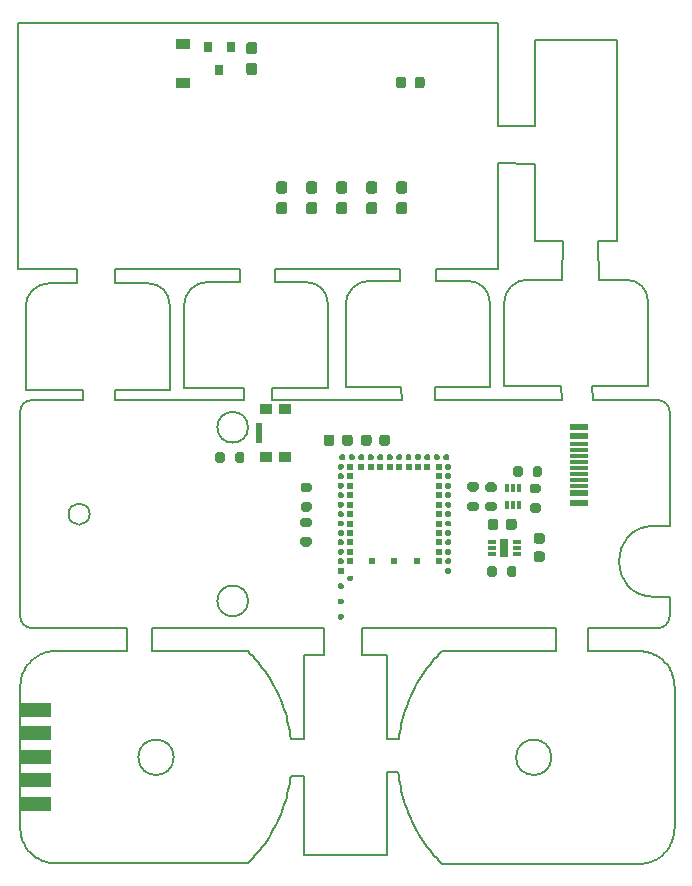
<source format=gbr>
%TF.GenerationSoftware,KiCad,Pcbnew,(5.1.10)-1*%
%TF.CreationDate,2021-10-06T18:17:39-05:00*%
%TF.ProjectId,BYTE_PANELkicad_pcb,42595445-5f50-4414-9e45-4c6b69636164,v2.2*%
%TF.SameCoordinates,Original*%
%TF.FileFunction,Paste,Top*%
%TF.FilePolarity,Positive*%
%FSLAX46Y46*%
G04 Gerber Fmt 4.6, Leading zero omitted, Abs format (unit mm)*
G04 Created by KiCad (PCBNEW (5.1.10)-1) date 2021-10-06 18:17:39*
%MOMM*%
%LPD*%
G01*
G04 APERTURE LIST*
%TA.AperFunction,Profile*%
%ADD10C,0.200000*%
%TD*%
%ADD11R,0.550000X1.700000*%
%ADD12R,1.000000X0.900000*%
%ADD13R,0.400000X0.700000*%
%ADD14R,1.650000X0.300000*%
%ADD15R,1.650000X0.600000*%
%ADD16R,0.500000X0.500000*%
%ADD17R,0.650000X1.650000*%
%ADD18R,0.700000X0.300000*%
%ADD19R,2.700000X1.200000*%
%ADD20R,0.800000X0.900000*%
%ADD21R,1.200000X0.900000*%
G04 APERTURE END LIST*
D10*
X168690379Y-96462228D02*
X169130379Y-96462228D01*
X148898100Y-64072180D02*
X148888100Y-65112180D01*
X151918100Y-64072180D02*
X151938100Y-65112180D01*
X145638100Y-94510004D02*
X145638100Y-96762180D01*
X142458100Y-96762180D02*
X142458100Y-94510004D01*
X145638100Y-96762180D02*
X147788100Y-96762180D01*
X162068100Y-94510004D02*
X145638100Y-94510004D01*
X147788100Y-96762180D02*
X147788100Y-103892180D01*
X140778100Y-103872180D02*
X140798100Y-96762180D01*
X157156100Y-55162180D02*
X160298100Y-55182180D01*
X160298100Y-51992180D02*
X157158100Y-51992180D01*
X160298100Y-61762180D02*
X160298100Y-55182180D01*
X157156100Y-43242180D02*
X157158100Y-51992180D01*
X162658100Y-61762180D02*
X162578100Y-65012180D01*
X165708100Y-65012180D02*
X165648100Y-61762180D01*
X167298100Y-61762180D02*
X165648100Y-61762180D01*
X168087294Y-65021970D02*
X165708100Y-65012180D01*
X154687294Y-65121970D02*
X151938100Y-65112180D01*
X157156100Y-64070180D02*
X151918100Y-64072180D01*
X162658100Y-61762180D02*
X160298100Y-61762180D01*
X160298100Y-51992180D02*
X160298100Y-44762180D01*
X160298100Y-44762180D02*
X167298100Y-44762180D01*
X167298100Y-44762180D02*
X167298100Y-61762180D01*
X147798100Y-106722180D02*
X147798100Y-113762180D01*
X140798100Y-96762180D02*
X142458100Y-96762180D01*
X140798100Y-113762180D02*
X140798100Y-107012180D01*
X147798100Y-113762180D02*
X140798100Y-113762180D01*
X138338100Y-65222180D02*
X138338100Y-64072180D01*
X135318100Y-64070180D02*
X135318100Y-65212180D01*
X135318100Y-65212180D02*
X132588100Y-65212180D01*
X148898100Y-64072180D02*
X138338100Y-64072180D01*
X124748100Y-64070180D02*
X124738100Y-65322180D01*
X121508100Y-65312180D02*
X121528100Y-64070180D01*
X135318100Y-64070180D02*
X124748100Y-64070180D01*
X127587294Y-65321970D02*
X124738100Y-65322180D01*
X162558100Y-74012180D02*
X162588100Y-75210004D01*
X165188100Y-75202180D02*
X165178100Y-74002180D01*
X165178100Y-74002180D02*
X169888100Y-74012180D01*
X165190000Y-75200004D02*
X170720000Y-75210004D01*
X151848100Y-74112180D02*
X151828100Y-75210004D01*
X149018100Y-75210004D02*
X149008100Y-74112180D01*
X151828100Y-75210004D02*
X162588100Y-75210004D01*
X151848100Y-74112180D02*
X156488100Y-74112180D01*
X138088100Y-74212180D02*
X138078100Y-75210004D01*
X135658100Y-74212180D02*
X135678100Y-75210004D01*
X138078100Y-75210004D02*
X149018100Y-75210004D01*
X130588100Y-74212180D02*
X135658100Y-74212180D01*
X122048100Y-75210004D02*
X122038100Y-74312180D01*
X124798100Y-75210004D02*
X124778100Y-74312180D01*
X124798100Y-75210004D02*
X135678100Y-75210004D01*
X124778100Y-74312180D02*
X129388100Y-74312180D01*
X169888100Y-74012180D02*
X169878310Y-66814500D01*
X157688100Y-74012180D02*
X157688100Y-67012180D01*
X157688100Y-74012180D02*
X162558100Y-74012180D01*
X157688100Y-67012180D02*
G75*
G02*
X159688100Y-65012180I2000000J0D01*
G01*
X168087294Y-65021969D02*
G75*
G02*
X169878309Y-66814499I806J-1790211D01*
G01*
X162578100Y-65012180D02*
X159688100Y-65012180D01*
X144288100Y-74112180D02*
X149008100Y-74112180D01*
X154687294Y-65121969D02*
G75*
G02*
X156478309Y-66914499I806J-1790211D01*
G01*
X156488100Y-74112180D02*
X156478310Y-66914500D01*
X148888100Y-65112180D02*
X146288100Y-65112180D01*
X144288100Y-67112180D02*
G75*
G02*
X146288100Y-65112180I2000000J0D01*
G01*
X144288100Y-74112180D02*
X144288100Y-67112180D01*
X138088100Y-74212180D02*
X142788100Y-74212180D01*
X140987294Y-65221969D02*
G75*
G02*
X142778309Y-67014499I806J-1790211D01*
G01*
X142788100Y-74212180D02*
X142778310Y-67014500D01*
X140985780Y-65221970D02*
X138338100Y-65222180D01*
X130588100Y-67212180D02*
G75*
G02*
X132588100Y-65212180I2000000J0D01*
G01*
X130588100Y-74212180D02*
X130588100Y-67212180D01*
X162068100Y-94510004D02*
X162068100Y-96462228D01*
X164768100Y-94510004D02*
X164768100Y-96462228D01*
X142458100Y-94510004D02*
X127868100Y-94510004D01*
X162068100Y-96462228D02*
X152439691Y-96462228D01*
X125768100Y-94510004D02*
X125768100Y-96442180D01*
X127868100Y-96442180D02*
X127868100Y-94510004D01*
X170720000Y-94510004D02*
X164768100Y-94510004D01*
X135996509Y-96442180D02*
X127868100Y-96442180D01*
X121508100Y-65312180D02*
X119188100Y-65312180D01*
X117188100Y-74312180D02*
X122038100Y-74312180D01*
X129388100Y-74312180D02*
X129378310Y-67114500D01*
X117188100Y-67312180D02*
G75*
G02*
X119188100Y-65312180I2000000J0D01*
G01*
X127587294Y-65321969D02*
G75*
G02*
X129378309Y-67114499I806J-1790211D01*
G01*
X117188100Y-74312180D02*
X117188100Y-67312180D01*
X149664215Y-100587209D02*
X149547799Y-100875525D01*
X149788569Y-100301830D02*
X149664215Y-100587209D01*
X151018880Y-98140002D02*
X150841610Y-98397203D01*
X148785800Y-103890832D02*
X147788100Y-103892180D01*
X147798100Y-106722180D02*
X148751404Y-106721733D01*
X149338778Y-101460413D02*
X149243528Y-101756746D01*
X150669631Y-98658399D02*
X150505589Y-98923432D01*
X148830779Y-103580469D02*
X148785800Y-103890832D01*
X151791463Y-97153663D02*
X151587734Y-97393613D01*
X148785800Y-107033576D02*
X148830779Y-107343939D01*
X149547799Y-100875525D02*
X149439320Y-101166646D01*
X150505589Y-98923432D02*
X150349485Y-99192195D01*
X149076841Y-102356449D02*
X149002758Y-102659582D01*
X149243528Y-101756746D02*
X149156216Y-102055460D01*
X151391942Y-97638088D02*
X151201443Y-97886928D01*
X168690379Y-96462228D02*
X164768100Y-96462228D01*
X169426712Y-96476886D02*
X169278545Y-96465906D01*
X151587734Y-97393613D02*
X151391942Y-97638088D01*
X152439691Y-96462228D02*
X152217441Y-96687838D01*
X149664215Y-110337199D02*
X149788569Y-110622578D01*
X149918215Y-110904914D02*
X150053152Y-111184049D01*
X149076841Y-108567959D02*
X149156216Y-108868948D01*
X149243528Y-109167662D02*
X149338778Y-109463995D01*
X149156216Y-108868948D02*
X149243528Y-109167662D01*
X149002758Y-108264826D02*
X149076841Y-108567959D01*
X150198673Y-111459851D02*
X150349485Y-111732213D01*
X149788569Y-110622578D02*
X149918215Y-110904914D01*
X170000857Y-114332508D02*
X170141086Y-114286523D01*
X148936612Y-102964707D02*
X148881050Y-103271716D01*
X169717753Y-114404025D02*
X169860628Y-114371719D01*
X170670252Y-114036598D02*
X170794606Y-113958149D01*
X149439320Y-109757762D02*
X149547799Y-110048883D01*
X149547799Y-110048883D02*
X149664215Y-110337199D01*
X170410961Y-114174552D02*
X170540606Y-114108776D01*
X169572233Y-114429319D02*
X169717753Y-114404025D01*
X149338778Y-109463995D02*
X149439320Y-109757762D01*
X170913668Y-113873536D02*
X171030085Y-113782810D01*
X169278545Y-114458502D02*
X169426712Y-114447522D01*
X148881050Y-107652692D02*
X148936612Y-107959701D01*
X150053152Y-111184049D02*
X150198673Y-111459851D01*
X172038146Y-112193460D02*
X172069896Y-112050188D01*
X148936612Y-107959701D02*
X149002758Y-108264826D01*
X149918215Y-100019494D02*
X149788569Y-100301830D01*
X170141086Y-96637885D02*
X170000857Y-96591900D01*
X152000483Y-96918369D02*
X151791463Y-97153663D01*
X148881050Y-103271716D02*
X148830779Y-103580469D01*
X150198673Y-99464557D02*
X150053152Y-99740359D01*
X169278545Y-96465906D02*
X169130379Y-96462228D01*
X152217441Y-96687838D02*
X152000483Y-96918369D01*
X172038146Y-98730948D02*
X171998459Y-98589713D01*
X150841610Y-98397203D02*
X150669631Y-98658399D01*
X171900563Y-98314150D02*
X171842355Y-98180351D01*
X151201443Y-97886928D02*
X151018880Y-98140002D01*
X150053152Y-99740359D02*
X149918215Y-100019494D01*
X148751404Y-106721733D02*
X148785800Y-107033576D01*
X149002758Y-102659582D02*
X148936612Y-102964707D01*
X149439320Y-101166646D02*
X149338778Y-101460413D01*
X150349485Y-99192195D02*
X150198673Y-99464557D01*
X170276023Y-96690563D02*
X170141086Y-96637885D01*
X148830779Y-107343939D02*
X148881050Y-107652692D01*
X149156216Y-102055460D02*
X149076841Y-102356449D01*
X172125459Y-99313454D02*
X172114875Y-99165711D01*
X170141086Y-114286523D02*
X170276023Y-114233845D01*
X152000483Y-114006039D02*
X152217441Y-114236570D01*
X151587734Y-113530795D02*
X151791463Y-113770745D01*
X151018880Y-112784406D02*
X151201443Y-113037480D01*
X171625397Y-113126591D02*
X171704772Y-113002476D01*
X171998459Y-112334695D02*
X172038146Y-112193460D01*
X171842355Y-112744057D02*
X171900563Y-112610258D01*
X150841610Y-112527205D02*
X151018880Y-112784406D01*
X150349485Y-111732213D02*
X150505589Y-112000976D01*
X169426712Y-114447522D02*
X169572233Y-114429319D01*
X170540606Y-114108776D02*
X170670252Y-114036598D01*
X150505589Y-112000976D02*
X150669631Y-112266009D01*
X172125459Y-111610954D02*
X172128104Y-111462206D01*
X161707278Y-105453754D02*
G75*
G03*
X161707278Y-105453754I-1500000J0D01*
G01*
X152217441Y-114236570D02*
X152439691Y-114462180D01*
X172096354Y-111905197D02*
X172114875Y-111758697D01*
X171030085Y-113782810D02*
X171143856Y-113686105D01*
X172069896Y-112050188D02*
X172096354Y-111905197D01*
X171540730Y-113247003D02*
X171625397Y-113126591D01*
X150669631Y-112266009D02*
X150841610Y-112527205D01*
X172114875Y-111758697D02*
X172125459Y-111610954D01*
X171776209Y-112874867D02*
X171842355Y-112744057D01*
X170276023Y-114233845D02*
X170410961Y-114174552D01*
X170670252Y-96887810D02*
X170540606Y-96815632D01*
X169572233Y-96495089D02*
X169426712Y-96476886D01*
X172128104Y-99462202D02*
X172125459Y-99313454D01*
X170410961Y-96749856D02*
X170276023Y-96690563D01*
X171450772Y-97560935D02*
X171352876Y-97448699D01*
X171704772Y-97921932D02*
X171625397Y-97797817D01*
X170913668Y-97050872D02*
X170794606Y-96966259D01*
X170000857Y-96591900D02*
X169860628Y-96552689D01*
X172114875Y-99165711D02*
X172096354Y-99019211D01*
X171625397Y-97797817D02*
X171540730Y-97677405D01*
X169717753Y-96520383D02*
X169572233Y-96495089D01*
X169130379Y-114462180D02*
X169278545Y-114458502D01*
X151391942Y-113286320D02*
X151587734Y-113530795D01*
X169860628Y-114371719D02*
X170000857Y-114332508D01*
X151791463Y-113770745D02*
X152000483Y-114006039D01*
X171900563Y-112610258D02*
X171953480Y-112473706D01*
X171450772Y-113363473D02*
X171540730Y-113247003D01*
X171143856Y-113686105D02*
X171249689Y-113583525D01*
X171953480Y-112473706D02*
X171998459Y-112334695D01*
X151201443Y-113037480D02*
X151391942Y-113286320D01*
X171352876Y-113475709D02*
X171450772Y-113363473D01*
X152439691Y-114462180D02*
X169130379Y-114462180D01*
X170794606Y-113958149D02*
X170913668Y-113873536D01*
X171704772Y-113002476D02*
X171776209Y-112874867D01*
X171249689Y-113583525D02*
X171352876Y-113475709D01*
X171842355Y-98180351D02*
X171776209Y-98049541D01*
X171143856Y-97238303D02*
X171030085Y-97141598D01*
X169860628Y-96552689D02*
X169717753Y-96520383D01*
X171776209Y-98049541D02*
X171704772Y-97921932D01*
X170794606Y-96966259D02*
X170670252Y-96887810D01*
X172069896Y-98874220D02*
X172038146Y-98730948D01*
X172128104Y-111462206D02*
X172128104Y-99462202D01*
X171352876Y-97448699D02*
X171249689Y-97340883D01*
X171249689Y-97340883D02*
X171143856Y-97238303D01*
X171030085Y-97141598D02*
X170913668Y-97050872D01*
X172096354Y-99019211D02*
X172069896Y-98874220D01*
X170540606Y-96815632D02*
X170410961Y-96749856D01*
X171998459Y-98589713D02*
X171953480Y-98450702D01*
X171540730Y-97677405D02*
X171450772Y-97560935D01*
X171953480Y-98450702D02*
X171900563Y-98314150D01*
X117720000Y-94510004D02*
G75*
G02*
X116720000Y-93510004I0J1000000D01*
G01*
X170720000Y-75210004D02*
G75*
G02*
X171720000Y-76210004I0J-1000000D01*
G01*
X170420000Y-91860004D02*
X171720000Y-91860004D01*
X125768100Y-94510004D02*
X117720000Y-94510004D01*
X116720000Y-76210004D02*
G75*
G02*
X117720000Y-75210004I1000000J0D01*
G01*
X122620000Y-84860004D02*
G75*
G03*
X122620000Y-84860004I-900000J0D01*
G01*
X136020001Y-77510004D02*
G75*
G03*
X136020001Y-77510004I-1300001J0D01*
G01*
X170420000Y-91860004D02*
G75*
G02*
X170420000Y-85860004I0J3000000D01*
G01*
X136020001Y-92210004D02*
G75*
G03*
X136020001Y-92210004I-1300001J0D01*
G01*
X171720000Y-91860004D02*
X171720000Y-93510004D01*
X171720000Y-93510004D02*
G75*
G02*
X170720000Y-94510004I-1000000J0D01*
G01*
X116720000Y-93510004D02*
X116720000Y-76210004D01*
X171720000Y-85860004D02*
X170420000Y-85860004D01*
X117720000Y-75210004D02*
X122048100Y-75210004D01*
X171720000Y-76210004D02*
X171720000Y-85860004D01*
X116748096Y-99442154D02*
X116748096Y-111442158D01*
X116806304Y-112030140D02*
X116838054Y-112173412D01*
X118081594Y-113938101D02*
X118205948Y-114016550D01*
X119015572Y-114351671D02*
X119158447Y-114383977D01*
X117099991Y-112854819D02*
X117171428Y-112982428D01*
X117732344Y-113666057D02*
X117846115Y-113762762D01*
X117033845Y-112724009D02*
X117099991Y-112854819D01*
X117962532Y-113853488D02*
X118081594Y-113938101D01*
X116761325Y-111738649D02*
X116779846Y-111885149D01*
X117250803Y-113106543D02*
X117335470Y-113226955D01*
X119158447Y-114383977D02*
X119303967Y-114409271D01*
X118205948Y-114016550D02*
X118335594Y-114088728D01*
X117171428Y-112982428D02*
X117250803Y-113106543D01*
X118875343Y-114312460D02*
X119015572Y-114351671D01*
X117425428Y-113343425D02*
X117523324Y-113455661D01*
X118465239Y-114154504D02*
X118600177Y-114213797D01*
X116748096Y-111442158D02*
X116750741Y-111590906D01*
X119303967Y-114409271D02*
X119449488Y-114427474D01*
X116922720Y-112453658D02*
X116975637Y-112590210D01*
X117335470Y-113226955D02*
X117425428Y-113343425D01*
X116877741Y-112314647D02*
X116922720Y-112453658D01*
X118335594Y-114088728D02*
X118465239Y-114154504D01*
X116779846Y-111885149D02*
X116806304Y-112030140D01*
X117846115Y-113762762D02*
X117962532Y-113853488D01*
X117626511Y-113563477D02*
X117732344Y-113666057D01*
X117523324Y-113455661D02*
X117626511Y-113563477D01*
X116750741Y-111590906D02*
X116761325Y-111738649D01*
X116975637Y-112590210D02*
X117033845Y-112724009D01*
X118735114Y-114266475D02*
X118875343Y-114312460D01*
X116838054Y-112173412D02*
X116877741Y-112314647D01*
X118600177Y-114213797D02*
X118735114Y-114266475D01*
X119597655Y-114438454D02*
X119745821Y-114442132D01*
X139555150Y-107632644D02*
X139605421Y-107323891D01*
X136218759Y-114216522D02*
X136435717Y-113985991D01*
X136435717Y-113985991D02*
X136644737Y-113750697D01*
X137234757Y-113017432D02*
X137417320Y-112764358D01*
X137594590Y-112507157D02*
X137766569Y-112245961D01*
X138086715Y-111712165D02*
X138237527Y-111439803D01*
X138237527Y-111439803D02*
X138383048Y-111164001D01*
X138517985Y-110884866D02*
X138647631Y-110602530D01*
X139279984Y-108848900D02*
X139359359Y-108547911D01*
X138996880Y-109737714D02*
X139097422Y-109443947D01*
X139433442Y-108244778D02*
X139499588Y-107939653D01*
X139605421Y-103560421D02*
X139555150Y-103251668D01*
X140778100Y-103872180D02*
X139650400Y-103870784D01*
X138383048Y-111164001D02*
X138517985Y-110884866D01*
X139097422Y-109443947D02*
X139192672Y-109147614D01*
X139650400Y-107013528D02*
X140798100Y-107012180D01*
X139359359Y-108547911D02*
X139433442Y-108244778D01*
X135996509Y-114442132D02*
X136218759Y-114216522D01*
X136644737Y-113750697D02*
X136848466Y-113510747D01*
X136848466Y-113510747D02*
X137044258Y-113266272D01*
X137417320Y-112764358D02*
X137594590Y-112507157D01*
X138647631Y-110602530D02*
X138771985Y-110317151D01*
X138771985Y-110317151D02*
X138888401Y-110028835D01*
X119449488Y-114427474D02*
X119597655Y-114438454D01*
X119745821Y-114442132D02*
X135996509Y-114442132D01*
X137044258Y-113266272D02*
X137234757Y-113017432D01*
X137930611Y-111980928D02*
X138086715Y-111712165D01*
X139192672Y-109147614D02*
X139279984Y-108848900D01*
X139650400Y-103870784D02*
X139605421Y-103560421D01*
X138888401Y-110028835D02*
X138996880Y-109737714D01*
X139605421Y-107323891D02*
X139650400Y-107013528D01*
X137766569Y-112245961D02*
X137930611Y-111980928D01*
X139499588Y-107939653D02*
X139555150Y-107632644D01*
X139279984Y-102035412D02*
X139192672Y-101736698D01*
X138647631Y-100281782D02*
X138517985Y-99999446D01*
X138237527Y-99444509D02*
X138086715Y-99172147D01*
X139555150Y-103251668D02*
X139499588Y-102944659D01*
X139499588Y-102944659D02*
X139433442Y-102639534D01*
X139433442Y-102639534D02*
X139359359Y-102336401D01*
X138996880Y-101146598D02*
X138888401Y-100855477D01*
X138771985Y-100567161D02*
X138647631Y-100281782D01*
X139192672Y-101736698D02*
X139097422Y-101440365D01*
X139359359Y-102336401D02*
X139279984Y-102035412D01*
X139097422Y-101440365D02*
X138996880Y-101146598D01*
X138888401Y-100855477D02*
X138771985Y-100567161D01*
X138383048Y-99720311D02*
X138237527Y-99444509D01*
X138517985Y-99999446D02*
X138383048Y-99720311D01*
X116838054Y-98710900D02*
X116806304Y-98854172D01*
X119597655Y-96445858D02*
X119449488Y-96456838D01*
X117962532Y-97030824D02*
X117846115Y-97121550D01*
X119303967Y-96475041D02*
X119158447Y-96500335D01*
X118465239Y-96729808D02*
X118335594Y-96795584D01*
X118205948Y-96867762D02*
X118081594Y-96946211D01*
X119158447Y-96500335D02*
X119015572Y-96532641D01*
X118875343Y-96571852D02*
X118735114Y-96617837D01*
X116806304Y-98854172D02*
X116779846Y-98999163D01*
X138086715Y-99172147D02*
X137930611Y-98903384D01*
X136218759Y-96667790D02*
X135996509Y-96442180D01*
X137930611Y-98903384D02*
X137766569Y-98638351D01*
X137766569Y-98638351D02*
X137594590Y-98377155D01*
X118600177Y-96670515D02*
X118465239Y-96729808D01*
X137594590Y-98377155D02*
X137417320Y-98119954D01*
X137417320Y-98119954D02*
X137234757Y-97866880D01*
X116750741Y-99293406D02*
X116748096Y-99442154D01*
X136848466Y-97373565D02*
X136644737Y-97133615D01*
X117335470Y-97657357D02*
X117250803Y-97777769D01*
X117250803Y-97777769D02*
X117171428Y-97901884D01*
X117099991Y-98029493D02*
X117033845Y-98160303D01*
X116761325Y-99145663D02*
X116750741Y-99293406D01*
X136435717Y-96898321D02*
X136218759Y-96667790D01*
X118735114Y-96617837D02*
X118600177Y-96670515D01*
X118335594Y-96795584D02*
X118205948Y-96867762D01*
X117846115Y-97121550D02*
X117732344Y-97218255D01*
X116779846Y-98999163D02*
X116761325Y-99145663D01*
X129728922Y-105450606D02*
G75*
G03*
X129728922Y-105450606I-1500000J0D01*
G01*
X119449488Y-96456838D02*
X119303967Y-96475041D01*
X117033845Y-98160303D02*
X116975637Y-98294102D01*
X116877741Y-98569665D02*
X116838054Y-98710900D01*
X117732344Y-97218255D02*
X117626511Y-97320835D01*
X117523324Y-97428651D02*
X117425428Y-97540887D01*
X117425428Y-97540887D02*
X117335470Y-97657357D01*
X116975637Y-98294102D02*
X116922720Y-98430654D01*
X116922720Y-98430654D02*
X116877741Y-98569665D01*
X137234757Y-97866880D02*
X137044258Y-97618040D01*
X117171428Y-97901884D02*
X117099991Y-98029493D01*
X137044258Y-97618040D02*
X136848466Y-97373565D01*
X136644737Y-97133615D02*
X136435717Y-96898321D01*
X117626511Y-97320835D02*
X117523324Y-97428651D01*
X118081594Y-96946211D02*
X117962532Y-97030824D01*
X125768100Y-96442180D02*
X119745821Y-96442180D01*
X119015572Y-96532641D02*
X118875343Y-96571852D01*
X119745821Y-96442180D02*
X119597655Y-96445858D01*
X116516100Y-43242180D02*
X157156100Y-43242180D01*
X116516100Y-64070180D02*
X116516100Y-43242180D01*
X121528100Y-64070180D02*
X116516100Y-64070180D01*
X157156100Y-55162180D02*
X157156100Y-64070180D01*
D11*
%TO.C,SW3*%
X136940000Y-77990000D03*
D12*
X137565000Y-80040000D03*
X139165000Y-80040000D03*
X137565000Y-75940000D03*
X139165000Y-75940000D03*
%TD*%
%TO.C,R13*%
G36*
G01*
X134065000Y-79790000D02*
X134065000Y-80340000D01*
G75*
G02*
X133865000Y-80540000I-200000J0D01*
G01*
X133465000Y-80540000D01*
G75*
G02*
X133265000Y-80340000I0J200000D01*
G01*
X133265000Y-79790000D01*
G75*
G02*
X133465000Y-79590000I200000J0D01*
G01*
X133865000Y-79590000D01*
G75*
G02*
X134065000Y-79790000I0J-200000D01*
G01*
G37*
G36*
G01*
X135715000Y-79790000D02*
X135715000Y-80340000D01*
G75*
G02*
X135515000Y-80540000I-200000J0D01*
G01*
X135115000Y-80540000D01*
G75*
G02*
X134915000Y-80340000I0J200000D01*
G01*
X134915000Y-79790000D01*
G75*
G02*
X135115000Y-79590000I200000J0D01*
G01*
X135515000Y-79590000D01*
G75*
G02*
X135715000Y-79790000I0J-200000D01*
G01*
G37*
%TD*%
%TO.C,C4*%
G36*
G01*
X147130000Y-78860000D02*
X147130000Y-78360000D01*
G75*
G02*
X147355000Y-78135000I225000J0D01*
G01*
X147805000Y-78135000D01*
G75*
G02*
X148030000Y-78360000I0J-225000D01*
G01*
X148030000Y-78860000D01*
G75*
G02*
X147805000Y-79085000I-225000J0D01*
G01*
X147355000Y-79085000D01*
G75*
G02*
X147130000Y-78860000I0J225000D01*
G01*
G37*
G36*
G01*
X145580000Y-78860000D02*
X145580000Y-78360000D01*
G75*
G02*
X145805000Y-78135000I225000J0D01*
G01*
X146255000Y-78135000D01*
G75*
G02*
X146480000Y-78360000I0J-225000D01*
G01*
X146480000Y-78860000D01*
G75*
G02*
X146255000Y-79085000I-225000J0D01*
G01*
X145805000Y-79085000D01*
G75*
G02*
X145580000Y-78860000I0J225000D01*
G01*
G37*
%TD*%
%TO.C,C3*%
G36*
G01*
X143330000Y-78360000D02*
X143330000Y-78860000D01*
G75*
G02*
X143105000Y-79085000I-225000J0D01*
G01*
X142655000Y-79085000D01*
G75*
G02*
X142430000Y-78860000I0J225000D01*
G01*
X142430000Y-78360000D01*
G75*
G02*
X142655000Y-78135000I225000J0D01*
G01*
X143105000Y-78135000D01*
G75*
G02*
X143330000Y-78360000I0J-225000D01*
G01*
G37*
G36*
G01*
X144880000Y-78360000D02*
X144880000Y-78860000D01*
G75*
G02*
X144655000Y-79085000I-225000J0D01*
G01*
X144205000Y-79085000D01*
G75*
G02*
X143980000Y-78860000I0J225000D01*
G01*
X143980000Y-78360000D01*
G75*
G02*
X144205000Y-78135000I225000J0D01*
G01*
X144655000Y-78135000D01*
G75*
G02*
X144880000Y-78360000I0J-225000D01*
G01*
G37*
%TD*%
%TO.C,R10*%
G36*
G01*
X155345000Y-82955000D02*
X154795000Y-82955000D01*
G75*
G02*
X154595000Y-82755000I0J200000D01*
G01*
X154595000Y-82355000D01*
G75*
G02*
X154795000Y-82155000I200000J0D01*
G01*
X155345000Y-82155000D01*
G75*
G02*
X155545000Y-82355000I0J-200000D01*
G01*
X155545000Y-82755000D01*
G75*
G02*
X155345000Y-82955000I-200000J0D01*
G01*
G37*
G36*
G01*
X155345000Y-84605000D02*
X154795000Y-84605000D01*
G75*
G02*
X154595000Y-84405000I0J200000D01*
G01*
X154595000Y-84005000D01*
G75*
G02*
X154795000Y-83805000I200000J0D01*
G01*
X155345000Y-83805000D01*
G75*
G02*
X155545000Y-84005000I0J-200000D01*
G01*
X155545000Y-84405000D01*
G75*
G02*
X155345000Y-84605000I-200000J0D01*
G01*
G37*
%TD*%
%TO.C,R9*%
G36*
G01*
X156315000Y-83825000D02*
X156865000Y-83825000D01*
G75*
G02*
X157065000Y-84025000I0J-200000D01*
G01*
X157065000Y-84425000D01*
G75*
G02*
X156865000Y-84625000I-200000J0D01*
G01*
X156315000Y-84625000D01*
G75*
G02*
X156115000Y-84425000I0J200000D01*
G01*
X156115000Y-84025000D01*
G75*
G02*
X156315000Y-83825000I200000J0D01*
G01*
G37*
G36*
G01*
X156315000Y-82175000D02*
X156865000Y-82175000D01*
G75*
G02*
X157065000Y-82375000I0J-200000D01*
G01*
X157065000Y-82775000D01*
G75*
G02*
X156865000Y-82975000I-200000J0D01*
G01*
X156315000Y-82975000D01*
G75*
G02*
X156115000Y-82775000I0J200000D01*
G01*
X156115000Y-82375000D01*
G75*
G02*
X156315000Y-82175000I200000J0D01*
G01*
G37*
%TD*%
%TO.C,R8*%
G36*
G01*
X160065000Y-83945000D02*
X160615000Y-83945000D01*
G75*
G02*
X160815000Y-84145000I0J-200000D01*
G01*
X160815000Y-84545000D01*
G75*
G02*
X160615000Y-84745000I-200000J0D01*
G01*
X160065000Y-84745000D01*
G75*
G02*
X159865000Y-84545000I0J200000D01*
G01*
X159865000Y-84145000D01*
G75*
G02*
X160065000Y-83945000I200000J0D01*
G01*
G37*
G36*
G01*
X160065000Y-82295000D02*
X160615000Y-82295000D01*
G75*
G02*
X160815000Y-82495000I0J-200000D01*
G01*
X160815000Y-82895000D01*
G75*
G02*
X160615000Y-83095000I-200000J0D01*
G01*
X160065000Y-83095000D01*
G75*
G02*
X159865000Y-82895000I0J200000D01*
G01*
X159865000Y-82495000D01*
G75*
G02*
X160065000Y-82295000I200000J0D01*
G01*
G37*
%TD*%
%TO.C,R7*%
G36*
G01*
X159270000Y-80985000D02*
X159270000Y-81535000D01*
G75*
G02*
X159070000Y-81735000I-200000J0D01*
G01*
X158670000Y-81735000D01*
G75*
G02*
X158470000Y-81535000I0J200000D01*
G01*
X158470000Y-80985000D01*
G75*
G02*
X158670000Y-80785000I200000J0D01*
G01*
X159070000Y-80785000D01*
G75*
G02*
X159270000Y-80985000I0J-200000D01*
G01*
G37*
G36*
G01*
X160920000Y-80985000D02*
X160920000Y-81535000D01*
G75*
G02*
X160720000Y-81735000I-200000J0D01*
G01*
X160320000Y-81735000D01*
G75*
G02*
X160120000Y-81535000I0J200000D01*
G01*
X160120000Y-80985000D01*
G75*
G02*
X160320000Y-80785000I200000J0D01*
G01*
X160720000Y-80785000D01*
G75*
G02*
X160920000Y-80985000I0J-200000D01*
G01*
G37*
%TD*%
D13*
%TO.C,Q1*%
X158470000Y-84110000D03*
X157970000Y-84110000D03*
X158470000Y-82610000D03*
X158970000Y-84110000D03*
X157970000Y-82610000D03*
X158970000Y-82610000D03*
%TD*%
D14*
%TO.C,P1*%
X164035000Y-78940000D03*
X164035000Y-79440000D03*
X164035000Y-79940000D03*
X164035000Y-80440000D03*
X164035000Y-80940000D03*
X164035000Y-81440000D03*
X164035000Y-81940000D03*
X164035000Y-82440000D03*
D15*
X164035000Y-78290000D03*
X164035000Y-83090000D03*
X164035000Y-77490000D03*
X164035000Y-83890000D03*
%TD*%
D16*
%TO.C,U2*%
X143860000Y-89660002D03*
G36*
G01*
X143610000Y-88985002D02*
X143610000Y-88735002D01*
G75*
G02*
X143735000Y-88610002I125000J0D01*
G01*
X143985000Y-88610002D01*
G75*
G02*
X144110000Y-88735002I0J-125000D01*
G01*
X144110000Y-88985002D01*
G75*
G02*
X143985000Y-89110002I-125000J0D01*
G01*
X143735000Y-89110002D01*
G75*
G02*
X143610000Y-88985002I0J125000D01*
G01*
G37*
X144660000Y-88860002D03*
G36*
G01*
X143610000Y-88185002D02*
X143610000Y-87935002D01*
G75*
G02*
X143735000Y-87810002I125000J0D01*
G01*
X143985000Y-87810002D01*
G75*
G02*
X144110000Y-87935002I0J-125000D01*
G01*
X144110000Y-88185002D01*
G75*
G02*
X143985000Y-88310002I-125000J0D01*
G01*
X143735000Y-88310002D01*
G75*
G02*
X143610000Y-88185002I0J125000D01*
G01*
G37*
X144660000Y-88060002D03*
G36*
G01*
X143610000Y-87385002D02*
X143610000Y-87135002D01*
G75*
G02*
X143735000Y-87010002I125000J0D01*
G01*
X143985000Y-87010002D01*
G75*
G02*
X144110000Y-87135002I0J-125000D01*
G01*
X144110000Y-87385002D01*
G75*
G02*
X143985000Y-87510002I-125000J0D01*
G01*
X143735000Y-87510002D01*
G75*
G02*
X143610000Y-87385002I0J125000D01*
G01*
G37*
X144660004Y-87260002D03*
G36*
G01*
X143610003Y-86585004D02*
X143610003Y-86335004D01*
G75*
G02*
X143735003Y-86210004I125000J0D01*
G01*
X143985003Y-86210004D01*
G75*
G02*
X144110003Y-86335004I0J-125000D01*
G01*
X144110003Y-86585004D01*
G75*
G02*
X143985003Y-86710004I-125000J0D01*
G01*
X143735003Y-86710004D01*
G75*
G02*
X143610003Y-86585004I0J125000D01*
G01*
G37*
X144660004Y-86460004D03*
G36*
G01*
X143610000Y-85785002D02*
X143610000Y-85535002D01*
G75*
G02*
X143735000Y-85410002I125000J0D01*
G01*
X143985000Y-85410002D01*
G75*
G02*
X144110000Y-85535002I0J-125000D01*
G01*
X144110000Y-85785002D01*
G75*
G02*
X143985000Y-85910002I-125000J0D01*
G01*
X143735000Y-85910002D01*
G75*
G02*
X143610000Y-85785002I0J125000D01*
G01*
G37*
X144659998Y-85660002D03*
G36*
G01*
X143610000Y-84985002D02*
X143610000Y-84735002D01*
G75*
G02*
X143735000Y-84610002I125000J0D01*
G01*
X143985000Y-84610002D01*
G75*
G02*
X144110000Y-84735002I0J-125000D01*
G01*
X144110000Y-84985002D01*
G75*
G02*
X143985000Y-85110002I-125000J0D01*
G01*
X143735000Y-85110002D01*
G75*
G02*
X143610000Y-84985002I0J125000D01*
G01*
G37*
X144660000Y-84859999D03*
G36*
G01*
X143610000Y-84185002D02*
X143610000Y-83935002D01*
G75*
G02*
X143735000Y-83810002I125000J0D01*
G01*
X143985000Y-83810002D01*
G75*
G02*
X144110000Y-83935002I0J-125000D01*
G01*
X144110000Y-84185002D01*
G75*
G02*
X143985000Y-84310002I-125000J0D01*
G01*
X143735000Y-84310002D01*
G75*
G02*
X143610000Y-84185002I0J125000D01*
G01*
G37*
X144660000Y-84060002D03*
G36*
G01*
X143610000Y-83385002D02*
X143610000Y-83135002D01*
G75*
G02*
X143735000Y-83010002I125000J0D01*
G01*
X143985000Y-83010002D01*
G75*
G02*
X144110000Y-83135002I0J-125000D01*
G01*
X144110000Y-83385002D01*
G75*
G02*
X143985000Y-83510002I-125000J0D01*
G01*
X143735000Y-83510002D01*
G75*
G02*
X143610000Y-83385002I0J125000D01*
G01*
G37*
X144660000Y-83260002D03*
G36*
G01*
X143610000Y-82585002D02*
X143610000Y-82335002D01*
G75*
G02*
X143735000Y-82210002I125000J0D01*
G01*
X143985000Y-82210002D01*
G75*
G02*
X144110000Y-82335002I0J-125000D01*
G01*
X144110000Y-82585002D01*
G75*
G02*
X143985000Y-82710002I-125000J0D01*
G01*
X143735000Y-82710002D01*
G75*
G02*
X143610000Y-82585002I0J125000D01*
G01*
G37*
X144660000Y-82460002D03*
G36*
G01*
X143610000Y-81785002D02*
X143610000Y-81535002D01*
G75*
G02*
X143735000Y-81410002I125000J0D01*
G01*
X143985000Y-81410002D01*
G75*
G02*
X144110000Y-81535002I0J-125000D01*
G01*
X144110000Y-81785002D01*
G75*
G02*
X143985000Y-81910002I-125000J0D01*
G01*
X143735000Y-81910002D01*
G75*
G02*
X143610000Y-81785002I0J125000D01*
G01*
G37*
X144659998Y-81660002D03*
G36*
G01*
X143610000Y-80985002D02*
X143610000Y-80735002D01*
G75*
G02*
X143735000Y-80610002I125000J0D01*
G01*
X143985000Y-80610002D01*
G75*
G02*
X144110000Y-80735002I0J-125000D01*
G01*
X144110000Y-80985002D01*
G75*
G02*
X143985000Y-81110002I-125000J0D01*
G01*
X143735000Y-81110002D01*
G75*
G02*
X143610000Y-80985002I0J125000D01*
G01*
G37*
X144659998Y-80860002D03*
G36*
G01*
X143884997Y-79810002D02*
X144134997Y-79810002D01*
G75*
G02*
X144259997Y-79935002I0J-125000D01*
G01*
X144259997Y-80185002D01*
G75*
G02*
X144134997Y-80310002I-125000J0D01*
G01*
X143884997Y-80310002D01*
G75*
G02*
X143759997Y-80185002I0J125000D01*
G01*
X143759997Y-79935002D01*
G75*
G02*
X143884997Y-79810002I125000J0D01*
G01*
G37*
G36*
G01*
X144685003Y-79810002D02*
X144935003Y-79810002D01*
G75*
G02*
X145060003Y-79935002I0J-125000D01*
G01*
X145060003Y-80185002D01*
G75*
G02*
X144935003Y-80310002I-125000J0D01*
G01*
X144685003Y-80310002D01*
G75*
G02*
X144560003Y-80185002I0J125000D01*
G01*
X144560003Y-79935002D01*
G75*
G02*
X144685003Y-79810002I125000J0D01*
G01*
G37*
G36*
G01*
X145485002Y-79810002D02*
X145735002Y-79810002D01*
G75*
G02*
X145860002Y-79935002I0J-125000D01*
G01*
X145860002Y-80185002D01*
G75*
G02*
X145735002Y-80310002I-125000J0D01*
G01*
X145485002Y-80310002D01*
G75*
G02*
X145360002Y-80185002I0J125000D01*
G01*
X145360002Y-79935002D01*
G75*
G02*
X145485002Y-79810002I125000J0D01*
G01*
G37*
X145610002Y-80860002D03*
G36*
G01*
X146285003Y-79809999D02*
X146535003Y-79809999D01*
G75*
G02*
X146660003Y-79934999I0J-125000D01*
G01*
X146660003Y-80184999D01*
G75*
G02*
X146535003Y-80309999I-125000J0D01*
G01*
X146285003Y-80309999D01*
G75*
G02*
X146160003Y-80184999I0J125000D01*
G01*
X146160003Y-79934999D01*
G75*
G02*
X146285003Y-79809999I125000J0D01*
G01*
G37*
X146410000Y-80860002D03*
G36*
G01*
X147084998Y-79809999D02*
X147334998Y-79809999D01*
G75*
G02*
X147459998Y-79934999I0J-125000D01*
G01*
X147459998Y-80184999D01*
G75*
G02*
X147334998Y-80309999I-125000J0D01*
G01*
X147084998Y-80309999D01*
G75*
G02*
X146959998Y-80184999I0J125000D01*
G01*
X146959998Y-79934999D01*
G75*
G02*
X147084998Y-79809999I125000J0D01*
G01*
G37*
X147210000Y-80860002D03*
G36*
G01*
X147885002Y-79810002D02*
X148135002Y-79810002D01*
G75*
G02*
X148260002Y-79935002I0J-125000D01*
G01*
X148260002Y-80185002D01*
G75*
G02*
X148135002Y-80310002I-125000J0D01*
G01*
X147885002Y-80310002D01*
G75*
G02*
X147760002Y-80185002I0J125000D01*
G01*
X147760002Y-79935002D01*
G75*
G02*
X147885002Y-79810002I125000J0D01*
G01*
G37*
X148010002Y-80860002D03*
G36*
G01*
X148685003Y-79810002D02*
X148935003Y-79810002D01*
G75*
G02*
X149060003Y-79935002I0J-125000D01*
G01*
X149060003Y-80185002D01*
G75*
G02*
X148935003Y-80310002I-125000J0D01*
G01*
X148685003Y-80310002D01*
G75*
G02*
X148560003Y-80185002I0J125000D01*
G01*
X148560003Y-79935002D01*
G75*
G02*
X148685003Y-79810002I125000J0D01*
G01*
G37*
X148809998Y-80860002D03*
G36*
G01*
X149485000Y-79810002D02*
X149735000Y-79810002D01*
G75*
G02*
X149860000Y-79935002I0J-125000D01*
G01*
X149860000Y-80185002D01*
G75*
G02*
X149735000Y-80310002I-125000J0D01*
G01*
X149485000Y-80310002D01*
G75*
G02*
X149360000Y-80185002I0J125000D01*
G01*
X149360000Y-79935002D01*
G75*
G02*
X149485000Y-79810002I125000J0D01*
G01*
G37*
X149610004Y-80860002D03*
G36*
G01*
X150285005Y-79810002D02*
X150535005Y-79810002D01*
G75*
G02*
X150660005Y-79935002I0J-125000D01*
G01*
X150660005Y-80185002D01*
G75*
G02*
X150535005Y-80310002I-125000J0D01*
G01*
X150285005Y-80310002D01*
G75*
G02*
X150160005Y-80185002I0J125000D01*
G01*
X150160005Y-79935002D01*
G75*
G02*
X150285005Y-79810002I125000J0D01*
G01*
G37*
X150410005Y-80860002D03*
G36*
G01*
X151085000Y-79810002D02*
X151335000Y-79810002D01*
G75*
G02*
X151460000Y-79935002I0J-125000D01*
G01*
X151460000Y-80185002D01*
G75*
G02*
X151335000Y-80310002I-125000J0D01*
G01*
X151085000Y-80310002D01*
G75*
G02*
X150960000Y-80185002I0J125000D01*
G01*
X150960000Y-79935002D01*
G75*
G02*
X151085000Y-79810002I125000J0D01*
G01*
G37*
X151210000Y-80860002D03*
G36*
G01*
X151885004Y-79809999D02*
X152135004Y-79809999D01*
G75*
G02*
X152260004Y-79934999I0J-125000D01*
G01*
X152260004Y-80184999D01*
G75*
G02*
X152135004Y-80309999I-125000J0D01*
G01*
X151885004Y-80309999D01*
G75*
G02*
X151760004Y-80184999I0J125000D01*
G01*
X151760004Y-79934999D01*
G75*
G02*
X151885004Y-79809999I125000J0D01*
G01*
G37*
G36*
G01*
X152685000Y-79810002D02*
X152935000Y-79810002D01*
G75*
G02*
X153060000Y-79935002I0J-125000D01*
G01*
X153060000Y-80185002D01*
G75*
G02*
X152935000Y-80310002I-125000J0D01*
G01*
X152685000Y-80310002D01*
G75*
G02*
X152560000Y-80185002I0J125000D01*
G01*
X152560000Y-79935002D01*
G75*
G02*
X152685000Y-79810002I125000J0D01*
G01*
G37*
G36*
G01*
X152710002Y-80985002D02*
X152710002Y-80735002D01*
G75*
G02*
X152835002Y-80610002I125000J0D01*
G01*
X153085002Y-80610002D01*
G75*
G02*
X153210002Y-80735002I0J-125000D01*
G01*
X153210002Y-80985002D01*
G75*
G02*
X153085002Y-81110002I-125000J0D01*
G01*
X152835002Y-81110002D01*
G75*
G02*
X152710002Y-80985002I0J125000D01*
G01*
G37*
X152160000Y-80860002D03*
G36*
G01*
X152710002Y-81785002D02*
X152710002Y-81535002D01*
G75*
G02*
X152835002Y-81410002I125000J0D01*
G01*
X153085002Y-81410002D01*
G75*
G02*
X153210002Y-81535002I0J-125000D01*
G01*
X153210002Y-81785002D01*
G75*
G02*
X153085002Y-81910002I-125000J0D01*
G01*
X152835002Y-81910002D01*
G75*
G02*
X152710002Y-81785002I0J125000D01*
G01*
G37*
X152160000Y-81660002D03*
G36*
G01*
X152710002Y-82585002D02*
X152710002Y-82335002D01*
G75*
G02*
X152835002Y-82210002I125000J0D01*
G01*
X153085002Y-82210002D01*
G75*
G02*
X153210002Y-82335002I0J-125000D01*
G01*
X153210002Y-82585002D01*
G75*
G02*
X153085002Y-82710002I-125000J0D01*
G01*
X152835002Y-82710002D01*
G75*
G02*
X152710002Y-82585002I0J125000D01*
G01*
G37*
X152160000Y-82460002D03*
G36*
G01*
X152710002Y-83385002D02*
X152710002Y-83135002D01*
G75*
G02*
X152835002Y-83010002I125000J0D01*
G01*
X153085002Y-83010002D01*
G75*
G02*
X153210002Y-83135002I0J-125000D01*
G01*
X153210002Y-83385002D01*
G75*
G02*
X153085002Y-83510002I-125000J0D01*
G01*
X152835002Y-83510002D01*
G75*
G02*
X152710002Y-83385002I0J125000D01*
G01*
G37*
X152160000Y-83260002D03*
G36*
G01*
X152710002Y-84185002D02*
X152710002Y-83935002D01*
G75*
G02*
X152835002Y-83810002I125000J0D01*
G01*
X153085002Y-83810002D01*
G75*
G02*
X153210002Y-83935002I0J-125000D01*
G01*
X153210002Y-84185002D01*
G75*
G02*
X153085002Y-84310002I-125000J0D01*
G01*
X152835002Y-84310002D01*
G75*
G02*
X152710002Y-84185002I0J125000D01*
G01*
G37*
X152160000Y-84060002D03*
G36*
G01*
X152710002Y-84985002D02*
X152710002Y-84735002D01*
G75*
G02*
X152835002Y-84610002I125000J0D01*
G01*
X153085002Y-84610002D01*
G75*
G02*
X153210002Y-84735002I0J-125000D01*
G01*
X153210002Y-84985002D01*
G75*
G02*
X153085002Y-85110002I-125000J0D01*
G01*
X152835002Y-85110002D01*
G75*
G02*
X152710002Y-84985002I0J125000D01*
G01*
G37*
X152160000Y-84860002D03*
G36*
G01*
X152710002Y-85785002D02*
X152710002Y-85535002D01*
G75*
G02*
X152835002Y-85410002I125000J0D01*
G01*
X153085002Y-85410002D01*
G75*
G02*
X153210002Y-85535002I0J-125000D01*
G01*
X153210002Y-85785002D01*
G75*
G02*
X153085002Y-85910002I-125000J0D01*
G01*
X152835002Y-85910002D01*
G75*
G02*
X152710002Y-85785002I0J125000D01*
G01*
G37*
X152160000Y-85660002D03*
G36*
G01*
X152710002Y-86585002D02*
X152710002Y-86335002D01*
G75*
G02*
X152835002Y-86210002I125000J0D01*
G01*
X153085002Y-86210002D01*
G75*
G02*
X153210002Y-86335002I0J-125000D01*
G01*
X153210002Y-86585002D01*
G75*
G02*
X153085002Y-86710002I-125000J0D01*
G01*
X152835002Y-86710002D01*
G75*
G02*
X152710002Y-86585002I0J125000D01*
G01*
G37*
X152160000Y-86460002D03*
G36*
G01*
X152710002Y-87385002D02*
X152710002Y-87135002D01*
G75*
G02*
X152835002Y-87010002I125000J0D01*
G01*
X153085002Y-87010002D01*
G75*
G02*
X153210002Y-87135002I0J-125000D01*
G01*
X153210002Y-87385002D01*
G75*
G02*
X153085002Y-87510002I-125000J0D01*
G01*
X152835002Y-87510002D01*
G75*
G02*
X152710002Y-87385002I0J125000D01*
G01*
G37*
X152160000Y-87260002D03*
G36*
G01*
X152710002Y-88185002D02*
X152710002Y-87935002D01*
G75*
G02*
X152835002Y-87810002I125000J0D01*
G01*
X153085002Y-87810002D01*
G75*
G02*
X153210002Y-87935002I0J-125000D01*
G01*
X153210002Y-88185002D01*
G75*
G02*
X153085002Y-88310002I-125000J0D01*
G01*
X152835002Y-88310002D01*
G75*
G02*
X152710002Y-88185002I0J125000D01*
G01*
G37*
X152160000Y-88060002D03*
G36*
G01*
X152710002Y-88985002D02*
X152710002Y-88735002D01*
G75*
G02*
X152835002Y-88610002I125000J0D01*
G01*
X153085002Y-88610002D01*
G75*
G02*
X153210002Y-88735002I0J-125000D01*
G01*
X153210002Y-88985002D01*
G75*
G02*
X153085002Y-89110002I-125000J0D01*
G01*
X152835002Y-89110002D01*
G75*
G02*
X152710002Y-88985002I0J125000D01*
G01*
G37*
X152160000Y-88860004D03*
G36*
G01*
X152710002Y-89785002D02*
X152710002Y-89535002D01*
G75*
G02*
X152835002Y-89410002I125000J0D01*
G01*
X153085002Y-89410002D01*
G75*
G02*
X153210002Y-89535002I0J-125000D01*
G01*
X153210002Y-89785002D01*
G75*
G02*
X153085002Y-89910002I-125000J0D01*
G01*
X152835002Y-89910002D01*
G75*
G02*
X152710002Y-89785002I0J125000D01*
G01*
G37*
G36*
G01*
X143610000Y-91085002D02*
X143610000Y-90835002D01*
G75*
G02*
X143735000Y-90710002I125000J0D01*
G01*
X143985000Y-90710002D01*
G75*
G02*
X144110000Y-90835002I0J-125000D01*
G01*
X144110000Y-91085002D01*
G75*
G02*
X143985000Y-91210002I-125000J0D01*
G01*
X143735000Y-91210002D01*
G75*
G02*
X143610000Y-91085002I0J125000D01*
G01*
G37*
G36*
G01*
X143610000Y-92385002D02*
X143610000Y-92135002D01*
G75*
G02*
X143735000Y-92010002I125000J0D01*
G01*
X143985000Y-92010002D01*
G75*
G02*
X144110000Y-92135002I0J-125000D01*
G01*
X144110000Y-92385002D01*
G75*
G02*
X143985000Y-92510002I-125000J0D01*
G01*
X143735000Y-92510002D01*
G75*
G02*
X143610000Y-92385002I0J125000D01*
G01*
G37*
G36*
G01*
X143610000Y-93685002D02*
X143610000Y-93435002D01*
G75*
G02*
X143735000Y-93310002I125000J0D01*
G01*
X143985000Y-93310002D01*
G75*
G02*
X144110000Y-93435002I0J-125000D01*
G01*
X144110000Y-93685002D01*
G75*
G02*
X143985000Y-93810002I-125000J0D01*
G01*
X143735000Y-93810002D01*
G75*
G02*
X143610000Y-93685002I0J125000D01*
G01*
G37*
X150285000Y-88860002D03*
X148410000Y-88860002D03*
X146535000Y-88860002D03*
G36*
G01*
X144410000Y-90435011D02*
X144410000Y-90185011D01*
G75*
G02*
X144535000Y-90060011I125000J0D01*
G01*
X144785000Y-90060011D01*
G75*
G02*
X144910000Y-90185011I0J-125000D01*
G01*
X144910000Y-90435011D01*
G75*
G02*
X144785000Y-90560011I-125000J0D01*
G01*
X144535000Y-90560011D01*
G75*
G02*
X144410000Y-90435011I0J125000D01*
G01*
G37*
%TD*%
D17*
%TO.C,U1*%
X157710000Y-87710000D03*
D18*
X156660000Y-88210000D03*
X156660000Y-87710000D03*
X156660000Y-87210000D03*
X158760000Y-87210000D03*
X158760000Y-87710000D03*
X158760000Y-88210000D03*
%TD*%
%TO.C,R5*%
G36*
G01*
X141215000Y-83000000D02*
X140665000Y-83000000D01*
G75*
G02*
X140465000Y-82800000I0J200000D01*
G01*
X140465000Y-82400000D01*
G75*
G02*
X140665000Y-82200000I200000J0D01*
G01*
X141215000Y-82200000D01*
G75*
G02*
X141415000Y-82400000I0J-200000D01*
G01*
X141415000Y-82800000D01*
G75*
G02*
X141215000Y-83000000I-200000J0D01*
G01*
G37*
G36*
G01*
X141215000Y-84650000D02*
X140665000Y-84650000D01*
G75*
G02*
X140465000Y-84450000I0J200000D01*
G01*
X140465000Y-84050000D01*
G75*
G02*
X140665000Y-83850000I200000J0D01*
G01*
X141215000Y-83850000D01*
G75*
G02*
X141415000Y-84050000I0J-200000D01*
G01*
X141415000Y-84450000D01*
G75*
G02*
X141215000Y-84650000I-200000J0D01*
G01*
G37*
%TD*%
%TO.C,R3*%
G36*
G01*
X140655000Y-86810000D02*
X141205000Y-86810000D01*
G75*
G02*
X141405000Y-87010000I0J-200000D01*
G01*
X141405000Y-87410000D01*
G75*
G02*
X141205000Y-87610000I-200000J0D01*
G01*
X140655000Y-87610000D01*
G75*
G02*
X140455000Y-87410000I0J200000D01*
G01*
X140455000Y-87010000D01*
G75*
G02*
X140655000Y-86810000I200000J0D01*
G01*
G37*
G36*
G01*
X140655000Y-85160000D02*
X141205000Y-85160000D01*
G75*
G02*
X141405000Y-85360000I0J-200000D01*
G01*
X141405000Y-85760000D01*
G75*
G02*
X141205000Y-85960000I-200000J0D01*
G01*
X140655000Y-85960000D01*
G75*
G02*
X140455000Y-85760000I0J200000D01*
G01*
X140455000Y-85360000D01*
G75*
G02*
X140655000Y-85160000I200000J0D01*
G01*
G37*
%TD*%
%TO.C,R2*%
G36*
G01*
X157085000Y-89445000D02*
X157085000Y-89995000D01*
G75*
G02*
X156885000Y-90195000I-200000J0D01*
G01*
X156485000Y-90195000D01*
G75*
G02*
X156285000Y-89995000I0J200000D01*
G01*
X156285000Y-89445000D01*
G75*
G02*
X156485000Y-89245000I200000J0D01*
G01*
X156885000Y-89245000D01*
G75*
G02*
X157085000Y-89445000I0J-200000D01*
G01*
G37*
G36*
G01*
X158735000Y-89445000D02*
X158735000Y-89995000D01*
G75*
G02*
X158535000Y-90195000I-200000J0D01*
G01*
X158135000Y-90195000D01*
G75*
G02*
X157935000Y-89995000I0J200000D01*
G01*
X157935000Y-89445000D01*
G75*
G02*
X158135000Y-89245000I200000J0D01*
G01*
X158535000Y-89245000D01*
G75*
G02*
X158735000Y-89445000I0J-200000D01*
G01*
G37*
%TD*%
%TO.C,C2*%
G36*
G01*
X160420000Y-88015000D02*
X160920000Y-88015000D01*
G75*
G02*
X161145000Y-88240000I0J-225000D01*
G01*
X161145000Y-88690000D01*
G75*
G02*
X160920000Y-88915000I-225000J0D01*
G01*
X160420000Y-88915000D01*
G75*
G02*
X160195000Y-88690000I0J225000D01*
G01*
X160195000Y-88240000D01*
G75*
G02*
X160420000Y-88015000I225000J0D01*
G01*
G37*
G36*
G01*
X160420000Y-86465000D02*
X160920000Y-86465000D01*
G75*
G02*
X161145000Y-86690000I0J-225000D01*
G01*
X161145000Y-87140000D01*
G75*
G02*
X160920000Y-87365000I-225000J0D01*
G01*
X160420000Y-87365000D01*
G75*
G02*
X160195000Y-87140000I0J225000D01*
G01*
X160195000Y-86690000D01*
G75*
G02*
X160420000Y-86465000I225000J0D01*
G01*
G37*
%TD*%
%TO.C,C1*%
G36*
G01*
X157860000Y-85980000D02*
X157860000Y-85480000D01*
G75*
G02*
X158085000Y-85255000I225000J0D01*
G01*
X158535000Y-85255000D01*
G75*
G02*
X158760000Y-85480000I0J-225000D01*
G01*
X158760000Y-85980000D01*
G75*
G02*
X158535000Y-86205000I-225000J0D01*
G01*
X158085000Y-86205000D01*
G75*
G02*
X157860000Y-85980000I0J225000D01*
G01*
G37*
G36*
G01*
X156310000Y-85980000D02*
X156310000Y-85480000D01*
G75*
G02*
X156535000Y-85255000I225000J0D01*
G01*
X156985000Y-85255000D01*
G75*
G02*
X157210000Y-85480000I0J-225000D01*
G01*
X157210000Y-85980000D01*
G75*
G02*
X156985000Y-86205000I-225000J0D01*
G01*
X156535000Y-86205000D01*
G75*
G02*
X156310000Y-85980000I0J225000D01*
G01*
G37*
%TD*%
D19*
%TO.C,J1*%
X117958100Y-109412180D03*
X117958100Y-107412180D03*
X117958100Y-105412180D03*
X117958100Y-103412180D03*
X117958100Y-101412180D03*
%TD*%
%TO.C,C1*%
G36*
G01*
X150114600Y-48578430D02*
X150114600Y-48065930D01*
G75*
G02*
X150333350Y-47847180I218750J0D01*
G01*
X150770850Y-47847180D01*
G75*
G02*
X150989600Y-48065930I0J-218750D01*
G01*
X150989600Y-48578430D01*
G75*
G02*
X150770850Y-48797180I-218750J0D01*
G01*
X150333350Y-48797180D01*
G75*
G02*
X150114600Y-48578430I0J218750D01*
G01*
G37*
G36*
G01*
X148539600Y-48578430D02*
X148539600Y-48065930D01*
G75*
G02*
X148758350Y-47847180I218750J0D01*
G01*
X149195850Y-47847180D01*
G75*
G02*
X149414600Y-48065930I0J-218750D01*
G01*
X149414600Y-48578430D01*
G75*
G02*
X149195850Y-48797180I-218750J0D01*
G01*
X148758350Y-48797180D01*
G75*
G02*
X148539600Y-48578430I0J218750D01*
G01*
G37*
%TD*%
D20*
%TO.C,Q1*%
X133600100Y-47274180D03*
X132650100Y-45274180D03*
X134550100Y-45274180D03*
%TD*%
D21*
%TO.C,D1*%
X130486100Y-45022180D03*
X130486100Y-48322180D03*
%TD*%
%TO.C,R6*%
G36*
G01*
X136565600Y-45940180D02*
X136090600Y-45940180D01*
G75*
G02*
X135853100Y-45702680I0J237500D01*
G01*
X135853100Y-45127680D01*
G75*
G02*
X136090600Y-44890180I237500J0D01*
G01*
X136565600Y-44890180D01*
G75*
G02*
X136803100Y-45127680I0J-237500D01*
G01*
X136803100Y-45702680D01*
G75*
G02*
X136565600Y-45940180I-237500J0D01*
G01*
G37*
G36*
G01*
X136565600Y-47690180D02*
X136090600Y-47690180D01*
G75*
G02*
X135853100Y-47452680I0J237500D01*
G01*
X135853100Y-46877680D01*
G75*
G02*
X136090600Y-46640180I237500J0D01*
G01*
X136565600Y-46640180D01*
G75*
G02*
X136803100Y-46877680I0J-237500D01*
G01*
X136803100Y-47452680D01*
G75*
G02*
X136565600Y-47690180I-237500J0D01*
G01*
G37*
%TD*%
%TO.C,R5*%
G36*
G01*
X139105600Y-57737180D02*
X138630600Y-57737180D01*
G75*
G02*
X138393100Y-57499680I0J237500D01*
G01*
X138393100Y-56924680D01*
G75*
G02*
X138630600Y-56687180I237500J0D01*
G01*
X139105600Y-56687180D01*
G75*
G02*
X139343100Y-56924680I0J-237500D01*
G01*
X139343100Y-57499680D01*
G75*
G02*
X139105600Y-57737180I-237500J0D01*
G01*
G37*
G36*
G01*
X139105600Y-59487180D02*
X138630600Y-59487180D01*
G75*
G02*
X138393100Y-59249680I0J237500D01*
G01*
X138393100Y-58674680D01*
G75*
G02*
X138630600Y-58437180I237500J0D01*
G01*
X139105600Y-58437180D01*
G75*
G02*
X139343100Y-58674680I0J-237500D01*
G01*
X139343100Y-59249680D01*
G75*
G02*
X139105600Y-59487180I-237500J0D01*
G01*
G37*
%TD*%
%TO.C,R4*%
G36*
G01*
X149265600Y-57737180D02*
X148790600Y-57737180D01*
G75*
G02*
X148553100Y-57499680I0J237500D01*
G01*
X148553100Y-56924680D01*
G75*
G02*
X148790600Y-56687180I237500J0D01*
G01*
X149265600Y-56687180D01*
G75*
G02*
X149503100Y-56924680I0J-237500D01*
G01*
X149503100Y-57499680D01*
G75*
G02*
X149265600Y-57737180I-237500J0D01*
G01*
G37*
G36*
G01*
X149265600Y-59487180D02*
X148790600Y-59487180D01*
G75*
G02*
X148553100Y-59249680I0J237500D01*
G01*
X148553100Y-58674680D01*
G75*
G02*
X148790600Y-58437180I237500J0D01*
G01*
X149265600Y-58437180D01*
G75*
G02*
X149503100Y-58674680I0J-237500D01*
G01*
X149503100Y-59249680D01*
G75*
G02*
X149265600Y-59487180I-237500J0D01*
G01*
G37*
%TD*%
%TO.C,R3*%
G36*
G01*
X146725600Y-57737180D02*
X146250600Y-57737180D01*
G75*
G02*
X146013100Y-57499680I0J237500D01*
G01*
X146013100Y-56924680D01*
G75*
G02*
X146250600Y-56687180I237500J0D01*
G01*
X146725600Y-56687180D01*
G75*
G02*
X146963100Y-56924680I0J-237500D01*
G01*
X146963100Y-57499680D01*
G75*
G02*
X146725600Y-57737180I-237500J0D01*
G01*
G37*
G36*
G01*
X146725600Y-59487180D02*
X146250600Y-59487180D01*
G75*
G02*
X146013100Y-59249680I0J237500D01*
G01*
X146013100Y-58674680D01*
G75*
G02*
X146250600Y-58437180I237500J0D01*
G01*
X146725600Y-58437180D01*
G75*
G02*
X146963100Y-58674680I0J-237500D01*
G01*
X146963100Y-59249680D01*
G75*
G02*
X146725600Y-59487180I-237500J0D01*
G01*
G37*
%TD*%
%TO.C,R2*%
G36*
G01*
X144185600Y-57737180D02*
X143710600Y-57737180D01*
G75*
G02*
X143473100Y-57499680I0J237500D01*
G01*
X143473100Y-56924680D01*
G75*
G02*
X143710600Y-56687180I237500J0D01*
G01*
X144185600Y-56687180D01*
G75*
G02*
X144423100Y-56924680I0J-237500D01*
G01*
X144423100Y-57499680D01*
G75*
G02*
X144185600Y-57737180I-237500J0D01*
G01*
G37*
G36*
G01*
X144185600Y-59487180D02*
X143710600Y-59487180D01*
G75*
G02*
X143473100Y-59249680I0J237500D01*
G01*
X143473100Y-58674680D01*
G75*
G02*
X143710600Y-58437180I237500J0D01*
G01*
X144185600Y-58437180D01*
G75*
G02*
X144423100Y-58674680I0J-237500D01*
G01*
X144423100Y-59249680D01*
G75*
G02*
X144185600Y-59487180I-237500J0D01*
G01*
G37*
%TD*%
%TO.C,R1*%
G36*
G01*
X141645600Y-57737180D02*
X141170600Y-57737180D01*
G75*
G02*
X140933100Y-57499680I0J237500D01*
G01*
X140933100Y-56924680D01*
G75*
G02*
X141170600Y-56687180I237500J0D01*
G01*
X141645600Y-56687180D01*
G75*
G02*
X141883100Y-56924680I0J-237500D01*
G01*
X141883100Y-57499680D01*
G75*
G02*
X141645600Y-57737180I-237500J0D01*
G01*
G37*
G36*
G01*
X141645600Y-59487180D02*
X141170600Y-59487180D01*
G75*
G02*
X140933100Y-59249680I0J237500D01*
G01*
X140933100Y-58674680D01*
G75*
G02*
X141170600Y-58437180I237500J0D01*
G01*
X141645600Y-58437180D01*
G75*
G02*
X141883100Y-58674680I0J-237500D01*
G01*
X141883100Y-59249680D01*
G75*
G02*
X141645600Y-59487180I-237500J0D01*
G01*
G37*
%TD*%
M02*

</source>
